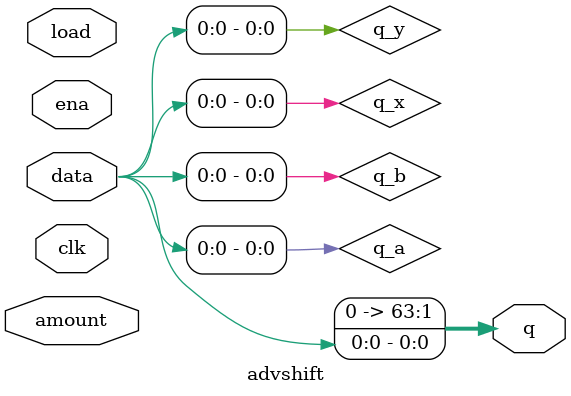
<source format=v>
module advshift(input clk,
input load,
input ena,
input [1:0] amount,
input [63:0] data,
output reg [63:0] q); 
// when load is high, assign data[63:0] to shift register q.
// if ena is high, shift q.
// amount: Chooses which direction and how much to shift.
// 2'b00: shift left by 1 bit.
// 2'b01: shift left by 8 bits.
// 2'b10: shift right by 1 bit.
// 2'b11: shift right by 8 bits.


assign q_a = data[127:0];
    // when ena is high, load data[127:0].
assign q_b = data[63:0];
    // when ena is high, output shifted register q.
assign q = q_a;
assign q_x = data[49:0];
    // when amount is greater than 2, pick one of [63:0] from shift left and shift external source.
assign q_y = data[31:0];
    // when amount is greater than 2, choose one of [63:0] to shift right and pick either external source [63:0] or internal z a.
endmodule

</source>
